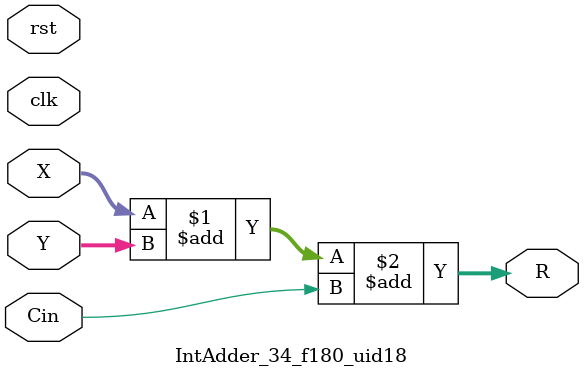
<source format=v>

module IntAdder_34_f180_uid18(clk, rst, X, Y, Cin, R);
   input         clk;
   input         rst;
   input [33:0]  X;
   input [33:0]  Y;
   input         Cin;
   output [33:0] R;
   /*
   always @(posedge clk)
      
         ;
   */
	assign R = X + Y + Cin;
   
endmodule

</source>
